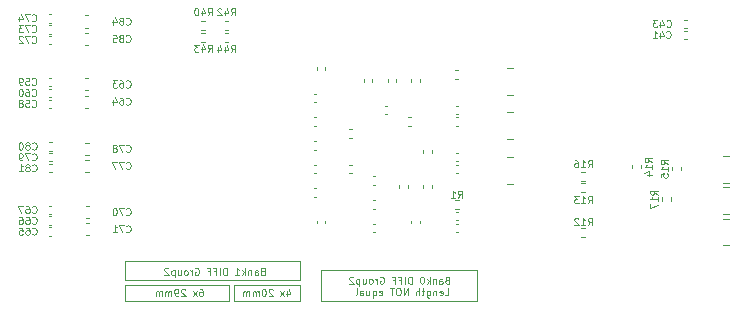
<source format=gbr>
%TF.GenerationSoftware,KiCad,Pcbnew,(6.0.4)*%
%TF.CreationDate,2022-07-06T17:02:14+08:00*%
%TF.ProjectId,XC6SLX25(FTG256)_Min,58433653-4c58-4323-9528-465447323536,rev?*%
%TF.SameCoordinates,Original*%
%TF.FileFunction,Legend,Bot*%
%TF.FilePolarity,Positive*%
%FSLAX46Y46*%
G04 Gerber Fmt 4.6, Leading zero omitted, Abs format (unit mm)*
G04 Created by KiCad (PCBNEW (6.0.4)) date 2022-07-06 17:02:14*
%MOMM*%
%LPD*%
G01*
G04 APERTURE LIST*
%ADD10C,0.080000*%
%ADD11C,0.100000*%
%ADD12C,0.120000*%
G04 APERTURE END LIST*
D10*
X121600000Y-103600000D02*
X130375000Y-103600000D01*
X130375000Y-103600000D02*
X130375000Y-105000000D01*
X130375000Y-105000000D02*
X121600000Y-105000000D01*
X121600000Y-105000000D02*
X121600000Y-103600000D01*
X121600000Y-101600000D02*
X136400000Y-101600000D01*
X136400000Y-101600000D02*
X136400000Y-103200000D01*
X136400000Y-103200000D02*
X121600000Y-103200000D01*
X121600000Y-103200000D02*
X121600000Y-101600000D01*
X138200000Y-102400000D02*
X151400000Y-102400000D01*
X151400000Y-102400000D02*
X151400000Y-105000000D01*
X151400000Y-105000000D02*
X138200000Y-105000000D01*
X138200000Y-105000000D02*
X138200000Y-102400000D01*
X130775000Y-103595000D02*
X136400000Y-103595000D01*
X136400000Y-103595000D02*
X136400000Y-105000000D01*
X136400000Y-105000000D02*
X130775000Y-105000000D01*
X130775000Y-105000000D02*
X130775000Y-103595000D01*
X127903571Y-103976428D02*
X128017857Y-103976428D01*
X128075000Y-104005000D01*
X128103571Y-104033571D01*
X128160714Y-104119285D01*
X128189285Y-104233571D01*
X128189285Y-104462142D01*
X128160714Y-104519285D01*
X128132142Y-104547857D01*
X128075000Y-104576428D01*
X127960714Y-104576428D01*
X127903571Y-104547857D01*
X127875000Y-104519285D01*
X127846428Y-104462142D01*
X127846428Y-104319285D01*
X127875000Y-104262142D01*
X127903571Y-104233571D01*
X127960714Y-104205000D01*
X128075000Y-104205000D01*
X128132142Y-104233571D01*
X128160714Y-104262142D01*
X128189285Y-104319285D01*
X127646428Y-104576428D02*
X127332142Y-104176428D01*
X127646428Y-104176428D02*
X127332142Y-104576428D01*
X126675000Y-104033571D02*
X126646428Y-104005000D01*
X126589285Y-103976428D01*
X126446428Y-103976428D01*
X126389285Y-104005000D01*
X126360714Y-104033571D01*
X126332142Y-104090714D01*
X126332142Y-104147857D01*
X126360714Y-104233571D01*
X126703571Y-104576428D01*
X126332142Y-104576428D01*
X126046428Y-104576428D02*
X125932142Y-104576428D01*
X125875000Y-104547857D01*
X125846428Y-104519285D01*
X125789285Y-104433571D01*
X125760714Y-104319285D01*
X125760714Y-104090714D01*
X125789285Y-104033571D01*
X125817857Y-104005000D01*
X125875000Y-103976428D01*
X125989285Y-103976428D01*
X126046428Y-104005000D01*
X126075000Y-104033571D01*
X126103571Y-104090714D01*
X126103571Y-104233571D01*
X126075000Y-104290714D01*
X126046428Y-104319285D01*
X125989285Y-104347857D01*
X125875000Y-104347857D01*
X125817857Y-104319285D01*
X125789285Y-104290714D01*
X125760714Y-104233571D01*
X125503571Y-104576428D02*
X125503571Y-104176428D01*
X125503571Y-104233571D02*
X125475000Y-104205000D01*
X125417857Y-104176428D01*
X125332142Y-104176428D01*
X125275000Y-104205000D01*
X125246428Y-104262142D01*
X125246428Y-104576428D01*
X125246428Y-104262142D02*
X125217857Y-104205000D01*
X125160714Y-104176428D01*
X125075000Y-104176428D01*
X125017857Y-104205000D01*
X124989285Y-104262142D01*
X124989285Y-104576428D01*
X124703571Y-104576428D02*
X124703571Y-104176428D01*
X124703571Y-104233571D02*
X124675000Y-104205000D01*
X124617857Y-104176428D01*
X124532142Y-104176428D01*
X124475000Y-104205000D01*
X124446428Y-104262142D01*
X124446428Y-104576428D01*
X124446428Y-104262142D02*
X124417857Y-104205000D01*
X124360714Y-104176428D01*
X124275000Y-104176428D01*
X124217857Y-104205000D01*
X124189285Y-104262142D01*
X124189285Y-104576428D01*
X133203571Y-102462142D02*
X133117857Y-102490714D01*
X133089285Y-102519285D01*
X133060714Y-102576428D01*
X133060714Y-102662142D01*
X133089285Y-102719285D01*
X133117857Y-102747857D01*
X133175000Y-102776428D01*
X133403571Y-102776428D01*
X133403571Y-102176428D01*
X133203571Y-102176428D01*
X133146428Y-102205000D01*
X133117857Y-102233571D01*
X133089285Y-102290714D01*
X133089285Y-102347857D01*
X133117857Y-102405000D01*
X133146428Y-102433571D01*
X133203571Y-102462142D01*
X133403571Y-102462142D01*
X132546428Y-102776428D02*
X132546428Y-102462142D01*
X132575000Y-102405000D01*
X132632142Y-102376428D01*
X132746428Y-102376428D01*
X132803571Y-102405000D01*
X132546428Y-102747857D02*
X132603571Y-102776428D01*
X132746428Y-102776428D01*
X132803571Y-102747857D01*
X132832142Y-102690714D01*
X132832142Y-102633571D01*
X132803571Y-102576428D01*
X132746428Y-102547857D01*
X132603571Y-102547857D01*
X132546428Y-102519285D01*
X132260714Y-102376428D02*
X132260714Y-102776428D01*
X132260714Y-102433571D02*
X132232142Y-102405000D01*
X132175000Y-102376428D01*
X132089285Y-102376428D01*
X132032142Y-102405000D01*
X132003571Y-102462142D01*
X132003571Y-102776428D01*
X131717857Y-102776428D02*
X131717857Y-102176428D01*
X131660714Y-102547857D02*
X131489285Y-102776428D01*
X131489285Y-102376428D02*
X131717857Y-102605000D01*
X130917857Y-102776428D02*
X131260714Y-102776428D01*
X131089285Y-102776428D02*
X131089285Y-102176428D01*
X131146428Y-102262142D01*
X131203571Y-102319285D01*
X131260714Y-102347857D01*
X130203571Y-102776428D02*
X130203571Y-102176428D01*
X130060714Y-102176428D01*
X129975000Y-102205000D01*
X129917857Y-102262142D01*
X129889285Y-102319285D01*
X129860714Y-102433571D01*
X129860714Y-102519285D01*
X129889285Y-102633571D01*
X129917857Y-102690714D01*
X129975000Y-102747857D01*
X130060714Y-102776428D01*
X130203571Y-102776428D01*
X129603571Y-102776428D02*
X129603571Y-102176428D01*
X129117857Y-102462142D02*
X129317857Y-102462142D01*
X129317857Y-102776428D02*
X129317857Y-102176428D01*
X129032142Y-102176428D01*
X128603571Y-102462142D02*
X128803571Y-102462142D01*
X128803571Y-102776428D02*
X128803571Y-102176428D01*
X128517857Y-102176428D01*
X127517857Y-102205000D02*
X127575000Y-102176428D01*
X127660714Y-102176428D01*
X127746428Y-102205000D01*
X127803571Y-102262142D01*
X127832142Y-102319285D01*
X127860714Y-102433571D01*
X127860714Y-102519285D01*
X127832142Y-102633571D01*
X127803571Y-102690714D01*
X127746428Y-102747857D01*
X127660714Y-102776428D01*
X127603571Y-102776428D01*
X127517857Y-102747857D01*
X127489285Y-102719285D01*
X127489285Y-102519285D01*
X127603571Y-102519285D01*
X127232142Y-102776428D02*
X127232142Y-102376428D01*
X127232142Y-102490714D02*
X127203571Y-102433571D01*
X127175000Y-102405000D01*
X127117857Y-102376428D01*
X127060714Y-102376428D01*
X126775000Y-102776428D02*
X126832142Y-102747857D01*
X126860714Y-102719285D01*
X126889285Y-102662142D01*
X126889285Y-102490714D01*
X126860714Y-102433571D01*
X126832142Y-102405000D01*
X126775000Y-102376428D01*
X126689285Y-102376428D01*
X126632142Y-102405000D01*
X126603571Y-102433571D01*
X126575000Y-102490714D01*
X126575000Y-102662142D01*
X126603571Y-102719285D01*
X126632142Y-102747857D01*
X126689285Y-102776428D01*
X126775000Y-102776428D01*
X126060714Y-102376428D02*
X126060714Y-102776428D01*
X126317857Y-102376428D02*
X126317857Y-102690714D01*
X126289285Y-102747857D01*
X126232142Y-102776428D01*
X126146428Y-102776428D01*
X126089285Y-102747857D01*
X126060714Y-102719285D01*
X125775000Y-102376428D02*
X125775000Y-102976428D01*
X125775000Y-102405000D02*
X125717857Y-102376428D01*
X125603571Y-102376428D01*
X125546428Y-102405000D01*
X125517857Y-102433571D01*
X125489285Y-102490714D01*
X125489285Y-102662142D01*
X125517857Y-102719285D01*
X125546428Y-102747857D01*
X125603571Y-102776428D01*
X125717857Y-102776428D01*
X125775000Y-102747857D01*
X125260714Y-102233571D02*
X125232142Y-102205000D01*
X125175000Y-102176428D01*
X125032142Y-102176428D01*
X124975000Y-102205000D01*
X124946428Y-102233571D01*
X124917857Y-102290714D01*
X124917857Y-102347857D01*
X124946428Y-102433571D01*
X125289285Y-102776428D01*
X124917857Y-102776428D01*
X135303571Y-104176428D02*
X135303571Y-104576428D01*
X135446428Y-103947857D02*
X135589285Y-104376428D01*
X135217857Y-104376428D01*
X135046428Y-104576428D02*
X134732142Y-104176428D01*
X135046428Y-104176428D02*
X134732142Y-104576428D01*
X134075000Y-104033571D02*
X134046428Y-104005000D01*
X133989285Y-103976428D01*
X133846428Y-103976428D01*
X133789285Y-104005000D01*
X133760714Y-104033571D01*
X133732142Y-104090714D01*
X133732142Y-104147857D01*
X133760714Y-104233571D01*
X134103571Y-104576428D01*
X133732142Y-104576428D01*
X133360714Y-103976428D02*
X133303571Y-103976428D01*
X133246428Y-104005000D01*
X133217857Y-104033571D01*
X133189285Y-104090714D01*
X133160714Y-104205000D01*
X133160714Y-104347857D01*
X133189285Y-104462142D01*
X133217857Y-104519285D01*
X133246428Y-104547857D01*
X133303571Y-104576428D01*
X133360714Y-104576428D01*
X133417857Y-104547857D01*
X133446428Y-104519285D01*
X133475000Y-104462142D01*
X133503571Y-104347857D01*
X133503571Y-104205000D01*
X133475000Y-104090714D01*
X133446428Y-104033571D01*
X133417857Y-104005000D01*
X133360714Y-103976428D01*
X132903571Y-104576428D02*
X132903571Y-104176428D01*
X132903571Y-104233571D02*
X132875000Y-104205000D01*
X132817857Y-104176428D01*
X132732142Y-104176428D01*
X132675000Y-104205000D01*
X132646428Y-104262142D01*
X132646428Y-104576428D01*
X132646428Y-104262142D02*
X132617857Y-104205000D01*
X132560714Y-104176428D01*
X132475000Y-104176428D01*
X132417857Y-104205000D01*
X132389285Y-104262142D01*
X132389285Y-104576428D01*
X132103571Y-104576428D02*
X132103571Y-104176428D01*
X132103571Y-104233571D02*
X132075000Y-104205000D01*
X132017857Y-104176428D01*
X131932142Y-104176428D01*
X131875000Y-104205000D01*
X131846428Y-104262142D01*
X131846428Y-104576428D01*
X131846428Y-104262142D02*
X131817857Y-104205000D01*
X131760714Y-104176428D01*
X131675000Y-104176428D01*
X131617857Y-104205000D01*
X131589285Y-104262142D01*
X131589285Y-104576428D01*
X148852822Y-103217825D02*
X148767108Y-103246397D01*
X148738536Y-103274968D01*
X148709965Y-103332111D01*
X148709965Y-103417825D01*
X148738536Y-103474968D01*
X148767108Y-103503540D01*
X148824251Y-103532111D01*
X149052822Y-103532111D01*
X149052822Y-102932111D01*
X148852822Y-102932111D01*
X148795679Y-102960683D01*
X148767108Y-102989254D01*
X148738536Y-103046397D01*
X148738536Y-103103540D01*
X148767108Y-103160683D01*
X148795679Y-103189254D01*
X148852822Y-103217825D01*
X149052822Y-103217825D01*
X148195679Y-103532111D02*
X148195679Y-103217825D01*
X148224251Y-103160683D01*
X148281393Y-103132111D01*
X148395679Y-103132111D01*
X148452822Y-103160683D01*
X148195679Y-103503540D02*
X148252822Y-103532111D01*
X148395679Y-103532111D01*
X148452822Y-103503540D01*
X148481393Y-103446397D01*
X148481393Y-103389254D01*
X148452822Y-103332111D01*
X148395679Y-103303540D01*
X148252822Y-103303540D01*
X148195679Y-103274968D01*
X147909965Y-103132111D02*
X147909965Y-103532111D01*
X147909965Y-103189254D02*
X147881393Y-103160683D01*
X147824251Y-103132111D01*
X147738536Y-103132111D01*
X147681393Y-103160683D01*
X147652822Y-103217825D01*
X147652822Y-103532111D01*
X147367108Y-103532111D02*
X147367108Y-102932111D01*
X147309965Y-103303540D02*
X147138536Y-103532111D01*
X147138536Y-103132111D02*
X147367108Y-103360683D01*
X146767108Y-102932111D02*
X146709965Y-102932111D01*
X146652822Y-102960683D01*
X146624251Y-102989254D01*
X146595679Y-103046397D01*
X146567108Y-103160683D01*
X146567108Y-103303540D01*
X146595679Y-103417825D01*
X146624251Y-103474968D01*
X146652822Y-103503540D01*
X146709965Y-103532111D01*
X146767108Y-103532111D01*
X146824251Y-103503540D01*
X146852822Y-103474968D01*
X146881393Y-103417825D01*
X146909965Y-103303540D01*
X146909965Y-103160683D01*
X146881393Y-103046397D01*
X146852822Y-102989254D01*
X146824251Y-102960683D01*
X146767108Y-102932111D01*
X145852822Y-103532111D02*
X145852822Y-102932111D01*
X145709965Y-102932111D01*
X145624251Y-102960683D01*
X145567108Y-103017825D01*
X145538536Y-103074968D01*
X145509965Y-103189254D01*
X145509965Y-103274968D01*
X145538536Y-103389254D01*
X145567108Y-103446397D01*
X145624251Y-103503540D01*
X145709965Y-103532111D01*
X145852822Y-103532111D01*
X145252822Y-103532111D02*
X145252822Y-102932111D01*
X144767108Y-103217825D02*
X144967108Y-103217825D01*
X144967108Y-103532111D02*
X144967108Y-102932111D01*
X144681393Y-102932111D01*
X144252822Y-103217825D02*
X144452822Y-103217825D01*
X144452822Y-103532111D02*
X144452822Y-102932111D01*
X144167108Y-102932111D01*
X143167108Y-102960683D02*
X143224251Y-102932111D01*
X143309965Y-102932111D01*
X143395679Y-102960683D01*
X143452822Y-103017825D01*
X143481393Y-103074968D01*
X143509965Y-103189254D01*
X143509965Y-103274968D01*
X143481393Y-103389254D01*
X143452822Y-103446397D01*
X143395679Y-103503540D01*
X143309965Y-103532111D01*
X143252822Y-103532111D01*
X143167108Y-103503540D01*
X143138536Y-103474968D01*
X143138536Y-103274968D01*
X143252822Y-103274968D01*
X142881393Y-103532111D02*
X142881393Y-103132111D01*
X142881393Y-103246397D02*
X142852822Y-103189254D01*
X142824251Y-103160683D01*
X142767108Y-103132111D01*
X142709965Y-103132111D01*
X142424251Y-103532111D02*
X142481393Y-103503540D01*
X142509965Y-103474968D01*
X142538536Y-103417825D01*
X142538536Y-103246397D01*
X142509965Y-103189254D01*
X142481393Y-103160683D01*
X142424251Y-103132111D01*
X142338536Y-103132111D01*
X142281393Y-103160683D01*
X142252822Y-103189254D01*
X142224251Y-103246397D01*
X142224251Y-103417825D01*
X142252822Y-103474968D01*
X142281393Y-103503540D01*
X142338536Y-103532111D01*
X142424251Y-103532111D01*
X141709965Y-103132111D02*
X141709965Y-103532111D01*
X141967108Y-103132111D02*
X141967108Y-103446397D01*
X141938536Y-103503540D01*
X141881393Y-103532111D01*
X141795679Y-103532111D01*
X141738536Y-103503540D01*
X141709965Y-103474968D01*
X141424251Y-103132111D02*
X141424251Y-103732111D01*
X141424251Y-103160683D02*
X141367108Y-103132111D01*
X141252822Y-103132111D01*
X141195679Y-103160683D01*
X141167108Y-103189254D01*
X141138536Y-103246397D01*
X141138536Y-103417825D01*
X141167108Y-103474968D01*
X141195679Y-103503540D01*
X141252822Y-103532111D01*
X141367108Y-103532111D01*
X141424251Y-103503540D01*
X140909965Y-102989254D02*
X140881393Y-102960683D01*
X140824251Y-102932111D01*
X140681393Y-102932111D01*
X140624251Y-102960683D01*
X140595679Y-102989254D01*
X140567108Y-103046397D01*
X140567108Y-103103540D01*
X140595679Y-103189254D01*
X140938536Y-103532111D01*
X140567108Y-103532111D01*
X148652822Y-104498111D02*
X148938536Y-104498111D01*
X148938536Y-103898111D01*
X148224251Y-104469540D02*
X148281393Y-104498111D01*
X148395679Y-104498111D01*
X148452822Y-104469540D01*
X148481393Y-104412397D01*
X148481393Y-104183825D01*
X148452822Y-104126683D01*
X148395679Y-104098111D01*
X148281393Y-104098111D01*
X148224251Y-104126683D01*
X148195679Y-104183825D01*
X148195679Y-104240968D01*
X148481393Y-104298111D01*
X147938536Y-104098111D02*
X147938536Y-104498111D01*
X147938536Y-104155254D02*
X147909965Y-104126683D01*
X147852822Y-104098111D01*
X147767108Y-104098111D01*
X147709965Y-104126683D01*
X147681393Y-104183825D01*
X147681393Y-104498111D01*
X147138536Y-104098111D02*
X147138536Y-104583825D01*
X147167108Y-104640968D01*
X147195679Y-104669540D01*
X147252822Y-104698111D01*
X147338536Y-104698111D01*
X147395679Y-104669540D01*
X147138536Y-104469540D02*
X147195679Y-104498111D01*
X147309965Y-104498111D01*
X147367108Y-104469540D01*
X147395679Y-104440968D01*
X147424251Y-104383825D01*
X147424251Y-104212397D01*
X147395679Y-104155254D01*
X147367108Y-104126683D01*
X147309965Y-104098111D01*
X147195679Y-104098111D01*
X147138536Y-104126683D01*
X146938536Y-104098111D02*
X146709965Y-104098111D01*
X146852822Y-103898111D02*
X146852822Y-104412397D01*
X146824251Y-104469540D01*
X146767108Y-104498111D01*
X146709965Y-104498111D01*
X146509965Y-104498111D02*
X146509965Y-103898111D01*
X146252822Y-104498111D02*
X146252822Y-104183825D01*
X146281393Y-104126683D01*
X146338536Y-104098111D01*
X146424251Y-104098111D01*
X146481393Y-104126683D01*
X146509965Y-104155254D01*
X145509965Y-104498111D02*
X145509965Y-103898111D01*
X145167108Y-104498111D01*
X145167108Y-103898111D01*
X144767108Y-103898111D02*
X144652822Y-103898111D01*
X144595679Y-103926683D01*
X144538536Y-103983825D01*
X144509965Y-104098111D01*
X144509965Y-104298111D01*
X144538536Y-104412397D01*
X144595679Y-104469540D01*
X144652822Y-104498111D01*
X144767108Y-104498111D01*
X144824251Y-104469540D01*
X144881393Y-104412397D01*
X144909965Y-104298111D01*
X144909965Y-104098111D01*
X144881393Y-103983825D01*
X144824251Y-103926683D01*
X144767108Y-103898111D01*
X144338536Y-103898111D02*
X143995679Y-103898111D01*
X144167108Y-104498111D02*
X144167108Y-103898111D01*
X143109965Y-104469540D02*
X143167108Y-104498111D01*
X143281393Y-104498111D01*
X143338536Y-104469540D01*
X143367108Y-104412397D01*
X143367108Y-104183825D01*
X143338536Y-104126683D01*
X143281393Y-104098111D01*
X143167108Y-104098111D01*
X143109965Y-104126683D01*
X143081393Y-104183825D01*
X143081393Y-104240968D01*
X143367108Y-104298111D01*
X142567108Y-104098111D02*
X142567108Y-104698111D01*
X142567108Y-104469540D02*
X142624251Y-104498111D01*
X142738536Y-104498111D01*
X142795679Y-104469540D01*
X142824251Y-104440968D01*
X142852822Y-104383825D01*
X142852822Y-104212397D01*
X142824251Y-104155254D01*
X142795679Y-104126683D01*
X142738536Y-104098111D01*
X142624251Y-104098111D01*
X142567108Y-104126683D01*
X142024251Y-104098111D02*
X142024251Y-104498111D01*
X142281393Y-104098111D02*
X142281393Y-104412397D01*
X142252822Y-104469540D01*
X142195679Y-104498111D01*
X142109965Y-104498111D01*
X142052822Y-104469540D01*
X142024251Y-104440968D01*
X141481393Y-104498111D02*
X141481393Y-104183825D01*
X141509965Y-104126683D01*
X141567108Y-104098111D01*
X141681393Y-104098111D01*
X141738536Y-104126683D01*
X141481393Y-104469540D02*
X141538536Y-104498111D01*
X141681393Y-104498111D01*
X141738536Y-104469540D01*
X141767108Y-104412397D01*
X141767108Y-104355254D01*
X141738536Y-104298111D01*
X141681393Y-104269540D01*
X141538536Y-104269540D01*
X141481393Y-104240968D01*
X141109965Y-104498111D02*
X141167108Y-104469540D01*
X141195679Y-104412397D01*
X141195679Y-103898111D01*
%TO.C,C64*%
X121675715Y-88314284D02*
X121704286Y-88342856D01*
X121790001Y-88371427D01*
X121847143Y-88371427D01*
X121932858Y-88342856D01*
X121990001Y-88285713D01*
X122018572Y-88228570D01*
X122047143Y-88114284D01*
X122047143Y-88028570D01*
X122018572Y-87914284D01*
X121990001Y-87857141D01*
X121932858Y-87799999D01*
X121847143Y-87771427D01*
X121790001Y-87771427D01*
X121704286Y-87799999D01*
X121675715Y-87828570D01*
X121161429Y-87771427D02*
X121275715Y-87771427D01*
X121332858Y-87799999D01*
X121361429Y-87828570D01*
X121418572Y-87914284D01*
X121447143Y-88028570D01*
X121447143Y-88257141D01*
X121418572Y-88314284D01*
X121390001Y-88342856D01*
X121332858Y-88371427D01*
X121218572Y-88371427D01*
X121161429Y-88342856D01*
X121132858Y-88314284D01*
X121104286Y-88257141D01*
X121104286Y-88114284D01*
X121132858Y-88057141D01*
X121161429Y-88028570D01*
X121218572Y-87999999D01*
X121332858Y-87999999D01*
X121390001Y-88028570D01*
X121418572Y-88057141D01*
X121447143Y-88114284D01*
X120590001Y-87971427D02*
X120590001Y-88371427D01*
X120732858Y-87742856D02*
X120875715Y-88171427D01*
X120504286Y-88171427D01*
%TO.C,C79*%
X113725714Y-93024286D02*
X113754285Y-93052858D01*
X113840000Y-93081429D01*
X113897142Y-93081429D01*
X113982857Y-93052858D01*
X114040000Y-92995715D01*
X114068571Y-92938572D01*
X114097142Y-92824286D01*
X114097142Y-92738572D01*
X114068571Y-92624286D01*
X114040000Y-92567143D01*
X113982857Y-92510001D01*
X113897142Y-92481429D01*
X113840000Y-92481429D01*
X113754285Y-92510001D01*
X113725714Y-92538572D01*
X113525714Y-92481429D02*
X113125714Y-92481429D01*
X113382857Y-93081429D01*
X112868571Y-93081429D02*
X112754285Y-93081429D01*
X112697142Y-93052858D01*
X112668571Y-93024286D01*
X112611428Y-92938572D01*
X112582857Y-92824286D01*
X112582857Y-92595715D01*
X112611428Y-92538572D01*
X112640000Y-92510001D01*
X112697142Y-92481429D01*
X112811428Y-92481429D01*
X112868571Y-92510001D01*
X112897142Y-92538572D01*
X112925714Y-92595715D01*
X112925714Y-92738572D01*
X112897142Y-92795715D01*
X112868571Y-92824286D01*
X112811428Y-92852858D01*
X112697142Y-92852858D01*
X112640000Y-92824286D01*
X112611428Y-92795715D01*
X112582857Y-92738572D01*
%TO.C,R16*%
X160767007Y-93676030D02*
X160967007Y-93390316D01*
X161109864Y-93676030D02*
X161109864Y-93076030D01*
X160881293Y-93076030D01*
X160824150Y-93104602D01*
X160795578Y-93133173D01*
X160767007Y-93190316D01*
X160767007Y-93276030D01*
X160795578Y-93333173D01*
X160824150Y-93361744D01*
X160881293Y-93390316D01*
X161109864Y-93390316D01*
X160195578Y-93676030D02*
X160538435Y-93676030D01*
X160367007Y-93676030D02*
X160367007Y-93076030D01*
X160424150Y-93161744D01*
X160481293Y-93218887D01*
X160538435Y-93247459D01*
X159681293Y-93076030D02*
X159795578Y-93076030D01*
X159852721Y-93104602D01*
X159881293Y-93133173D01*
X159938435Y-93218887D01*
X159967007Y-93333173D01*
X159967007Y-93561744D01*
X159938435Y-93618887D01*
X159909864Y-93647459D01*
X159852721Y-93676030D01*
X159738435Y-93676030D01*
X159681293Y-93647459D01*
X159652721Y-93618887D01*
X159624150Y-93561744D01*
X159624150Y-93418887D01*
X159652721Y-93361744D01*
X159681293Y-93333173D01*
X159738435Y-93304602D01*
X159852721Y-93304602D01*
X159909864Y-93333173D01*
X159938435Y-93361744D01*
X159967007Y-93418887D01*
%TO.C,C78*%
X121685715Y-92304285D02*
X121714286Y-92332857D01*
X121800001Y-92361428D01*
X121857143Y-92361428D01*
X121942858Y-92332857D01*
X122000001Y-92275714D01*
X122028572Y-92218571D01*
X122057143Y-92104285D01*
X122057143Y-92018571D01*
X122028572Y-91904285D01*
X122000001Y-91847142D01*
X121942858Y-91790000D01*
X121857143Y-91761428D01*
X121800001Y-91761428D01*
X121714286Y-91790000D01*
X121685715Y-91818571D01*
X121485715Y-91761428D02*
X121085715Y-91761428D01*
X121342858Y-92361428D01*
X120771429Y-92018571D02*
X120828572Y-91990000D01*
X120857143Y-91961428D01*
X120885715Y-91904285D01*
X120885715Y-91875714D01*
X120857143Y-91818571D01*
X120828572Y-91790000D01*
X120771429Y-91761428D01*
X120657143Y-91761428D01*
X120600001Y-91790000D01*
X120571429Y-91818571D01*
X120542858Y-91875714D01*
X120542858Y-91904285D01*
X120571429Y-91961428D01*
X120600001Y-91990000D01*
X120657143Y-92018571D01*
X120771429Y-92018571D01*
X120828572Y-92047142D01*
X120857143Y-92075714D01*
X120885715Y-92132857D01*
X120885715Y-92247142D01*
X120857143Y-92304285D01*
X120828572Y-92332857D01*
X120771429Y-92361428D01*
X120657143Y-92361428D01*
X120600001Y-92332857D01*
X120571429Y-92304285D01*
X120542858Y-92247142D01*
X120542858Y-92132857D01*
X120571429Y-92075714D01*
X120600001Y-92047142D01*
X120657143Y-92018571D01*
%TO.C,C58*%
X113715715Y-88494286D02*
X113744286Y-88522858D01*
X113830001Y-88551429D01*
X113887143Y-88551429D01*
X113972858Y-88522858D01*
X114030001Y-88465715D01*
X114058572Y-88408572D01*
X114087143Y-88294286D01*
X114087143Y-88208572D01*
X114058572Y-88094286D01*
X114030001Y-88037143D01*
X113972858Y-87980001D01*
X113887143Y-87951429D01*
X113830001Y-87951429D01*
X113744286Y-87980001D01*
X113715715Y-88008572D01*
X113172858Y-87951429D02*
X113458572Y-87951429D01*
X113487143Y-88237143D01*
X113458572Y-88208572D01*
X113401429Y-88180001D01*
X113258572Y-88180001D01*
X113201429Y-88208572D01*
X113172858Y-88237143D01*
X113144286Y-88294286D01*
X113144286Y-88437143D01*
X113172858Y-88494286D01*
X113201429Y-88522858D01*
X113258572Y-88551429D01*
X113401429Y-88551429D01*
X113458572Y-88522858D01*
X113487143Y-88494286D01*
X112801429Y-88208572D02*
X112858572Y-88180001D01*
X112887143Y-88151429D01*
X112915715Y-88094286D01*
X112915715Y-88065715D01*
X112887143Y-88008572D01*
X112858572Y-87980001D01*
X112801429Y-87951429D01*
X112687143Y-87951429D01*
X112630001Y-87980001D01*
X112601429Y-88008572D01*
X112572858Y-88065715D01*
X112572858Y-88094286D01*
X112601429Y-88151429D01*
X112630001Y-88180001D01*
X112687143Y-88208572D01*
X112801429Y-88208572D01*
X112858572Y-88237143D01*
X112887143Y-88265715D01*
X112915715Y-88322858D01*
X112915715Y-88437143D01*
X112887143Y-88494286D01*
X112858572Y-88522858D01*
X112801429Y-88551429D01*
X112687143Y-88551429D01*
X112630001Y-88522858D01*
X112601429Y-88494286D01*
X112572858Y-88437143D01*
X112572858Y-88322858D01*
X112601429Y-88265715D01*
X112630001Y-88237143D01*
X112687143Y-88208572D01*
%TO.C,C65*%
X113725714Y-99320643D02*
X113754285Y-99349215D01*
X113840000Y-99377786D01*
X113897142Y-99377786D01*
X113982857Y-99349215D01*
X114040000Y-99292072D01*
X114068571Y-99234929D01*
X114097142Y-99120643D01*
X114097142Y-99034929D01*
X114068571Y-98920643D01*
X114040000Y-98863500D01*
X113982857Y-98806358D01*
X113897142Y-98777786D01*
X113840000Y-98777786D01*
X113754285Y-98806358D01*
X113725714Y-98834929D01*
X113211428Y-98777786D02*
X113325714Y-98777786D01*
X113382857Y-98806358D01*
X113411428Y-98834929D01*
X113468571Y-98920643D01*
X113497142Y-99034929D01*
X113497142Y-99263500D01*
X113468571Y-99320643D01*
X113440000Y-99349215D01*
X113382857Y-99377786D01*
X113268571Y-99377786D01*
X113211428Y-99349215D01*
X113182857Y-99320643D01*
X113154285Y-99263500D01*
X113154285Y-99120643D01*
X113182857Y-99063500D01*
X113211428Y-99034929D01*
X113268571Y-99006358D01*
X113382857Y-99006358D01*
X113440000Y-99034929D01*
X113468571Y-99063500D01*
X113497142Y-99120643D01*
X112611428Y-98777786D02*
X112897142Y-98777786D01*
X112925714Y-99063500D01*
X112897142Y-99034929D01*
X112840000Y-99006358D01*
X112697142Y-99006358D01*
X112640000Y-99034929D01*
X112611428Y-99063500D01*
X112582857Y-99120643D01*
X112582857Y-99263500D01*
X112611428Y-99320643D01*
X112640000Y-99349215D01*
X112697142Y-99377786D01*
X112840000Y-99377786D01*
X112897142Y-99349215D01*
X112925714Y-99320643D01*
%TO.C,C70*%
X121685714Y-97664285D02*
X121714285Y-97692857D01*
X121800000Y-97721428D01*
X121857142Y-97721428D01*
X121942857Y-97692857D01*
X122000000Y-97635714D01*
X122028571Y-97578571D01*
X122057142Y-97464285D01*
X122057142Y-97378571D01*
X122028571Y-97264285D01*
X122000000Y-97207142D01*
X121942857Y-97150000D01*
X121857142Y-97121428D01*
X121800000Y-97121428D01*
X121714285Y-97150000D01*
X121685714Y-97178571D01*
X121485714Y-97121428D02*
X121085714Y-97121428D01*
X121342857Y-97721428D01*
X120742857Y-97121428D02*
X120685714Y-97121428D01*
X120628571Y-97150000D01*
X120600000Y-97178571D01*
X120571428Y-97235714D01*
X120542857Y-97350000D01*
X120542857Y-97492857D01*
X120571428Y-97607142D01*
X120600000Y-97664285D01*
X120628571Y-97692857D01*
X120685714Y-97721428D01*
X120742857Y-97721428D01*
X120800000Y-97692857D01*
X120828571Y-97664285D01*
X120857142Y-97607142D01*
X120885714Y-97492857D01*
X120885714Y-97350000D01*
X120857142Y-97235714D01*
X120828571Y-97178571D01*
X120800000Y-97150000D01*
X120742857Y-97121428D01*
%TO.C,C43*%
X167430714Y-81744285D02*
X167459285Y-81772857D01*
X167545000Y-81801428D01*
X167602142Y-81801428D01*
X167687857Y-81772857D01*
X167745000Y-81715714D01*
X167773571Y-81658571D01*
X167802142Y-81544285D01*
X167802142Y-81458571D01*
X167773571Y-81344285D01*
X167745000Y-81287142D01*
X167687857Y-81230000D01*
X167602142Y-81201428D01*
X167545000Y-81201428D01*
X167459285Y-81230000D01*
X167430714Y-81258571D01*
X166916428Y-81401428D02*
X166916428Y-81801428D01*
X167059285Y-81172857D02*
X167202142Y-81601428D01*
X166830714Y-81601428D01*
X166659285Y-81201428D02*
X166287857Y-81201428D01*
X166487857Y-81430000D01*
X166402142Y-81430000D01*
X166345000Y-81458571D01*
X166316428Y-81487142D01*
X166287857Y-81544285D01*
X166287857Y-81687142D01*
X166316428Y-81744285D01*
X166345000Y-81772857D01*
X166402142Y-81801428D01*
X166573571Y-81801428D01*
X166630714Y-81772857D01*
X166659285Y-81744285D01*
%TO.C,C80*%
X113725715Y-92104284D02*
X113754286Y-92132856D01*
X113840001Y-92161427D01*
X113897143Y-92161427D01*
X113982858Y-92132856D01*
X114040001Y-92075713D01*
X114068572Y-92018570D01*
X114097143Y-91904284D01*
X114097143Y-91818570D01*
X114068572Y-91704284D01*
X114040001Y-91647141D01*
X113982858Y-91589999D01*
X113897143Y-91561427D01*
X113840001Y-91561427D01*
X113754286Y-91589999D01*
X113725715Y-91618570D01*
X113382858Y-91818570D02*
X113440001Y-91789999D01*
X113468572Y-91761427D01*
X113497143Y-91704284D01*
X113497143Y-91675713D01*
X113468572Y-91618570D01*
X113440001Y-91589999D01*
X113382858Y-91561427D01*
X113268572Y-91561427D01*
X113211429Y-91589999D01*
X113182858Y-91618570D01*
X113154286Y-91675713D01*
X113154286Y-91704284D01*
X113182858Y-91761427D01*
X113211429Y-91789999D01*
X113268572Y-91818570D01*
X113382858Y-91818570D01*
X113440001Y-91847141D01*
X113468572Y-91875713D01*
X113497143Y-91932856D01*
X113497143Y-92047141D01*
X113468572Y-92104284D01*
X113440001Y-92132856D01*
X113382858Y-92161427D01*
X113268572Y-92161427D01*
X113211429Y-92132856D01*
X113182858Y-92104284D01*
X113154286Y-92047141D01*
X113154286Y-91932856D01*
X113182858Y-91875713D01*
X113211429Y-91847141D01*
X113268572Y-91818570D01*
X112782858Y-91561427D02*
X112725715Y-91561427D01*
X112668572Y-91589999D01*
X112640001Y-91618570D01*
X112611429Y-91675713D01*
X112582858Y-91789999D01*
X112582858Y-91932856D01*
X112611429Y-92047141D01*
X112640001Y-92104284D01*
X112668572Y-92132856D01*
X112725715Y-92161427D01*
X112782858Y-92161427D01*
X112840001Y-92132856D01*
X112868572Y-92104284D01*
X112897143Y-92047141D01*
X112925715Y-91932856D01*
X112925715Y-91789999D01*
X112897143Y-91675713D01*
X112868572Y-91618570D01*
X112840001Y-91589999D01*
X112782858Y-91561427D01*
%TO.C,C67*%
X113725714Y-97477242D02*
X113754285Y-97505814D01*
X113840000Y-97534385D01*
X113897142Y-97534385D01*
X113982857Y-97505814D01*
X114040000Y-97448671D01*
X114068571Y-97391528D01*
X114097142Y-97277242D01*
X114097142Y-97191528D01*
X114068571Y-97077242D01*
X114040000Y-97020099D01*
X113982857Y-96962957D01*
X113897142Y-96934385D01*
X113840000Y-96934385D01*
X113754285Y-96962957D01*
X113725714Y-96991528D01*
X113211428Y-96934385D02*
X113325714Y-96934385D01*
X113382857Y-96962957D01*
X113411428Y-96991528D01*
X113468571Y-97077242D01*
X113497142Y-97191528D01*
X113497142Y-97420099D01*
X113468571Y-97477242D01*
X113440000Y-97505814D01*
X113382857Y-97534385D01*
X113268571Y-97534385D01*
X113211428Y-97505814D01*
X113182857Y-97477242D01*
X113154285Y-97420099D01*
X113154285Y-97277242D01*
X113182857Y-97220099D01*
X113211428Y-97191528D01*
X113268571Y-97162957D01*
X113382857Y-97162957D01*
X113440000Y-97191528D01*
X113468571Y-97220099D01*
X113497142Y-97277242D01*
X112954285Y-96934385D02*
X112554285Y-96934385D01*
X112811428Y-97534385D01*
%TO.C,R13*%
X160768861Y-96707883D02*
X160968861Y-96422169D01*
X161111718Y-96707883D02*
X161111718Y-96107883D01*
X160883147Y-96107883D01*
X160826004Y-96136455D01*
X160797432Y-96165026D01*
X160768861Y-96222169D01*
X160768861Y-96307883D01*
X160797432Y-96365026D01*
X160826004Y-96393597D01*
X160883147Y-96422169D01*
X161111718Y-96422169D01*
X160197432Y-96707883D02*
X160540289Y-96707883D01*
X160368861Y-96707883D02*
X160368861Y-96107883D01*
X160426004Y-96193597D01*
X160483147Y-96250740D01*
X160540289Y-96279312D01*
X159997432Y-96107883D02*
X159626004Y-96107883D01*
X159826004Y-96336455D01*
X159740289Y-96336455D01*
X159683147Y-96365026D01*
X159654575Y-96393597D01*
X159626004Y-96450740D01*
X159626004Y-96593597D01*
X159654575Y-96650740D01*
X159683147Y-96679312D01*
X159740289Y-96707883D01*
X159911718Y-96707883D01*
X159968861Y-96679312D01*
X159997432Y-96650740D01*
%TO.C,R12*%
X160769260Y-98544511D02*
X160969260Y-98258797D01*
X161112117Y-98544511D02*
X161112117Y-97944511D01*
X160883546Y-97944511D01*
X160826403Y-97973083D01*
X160797831Y-98001654D01*
X160769260Y-98058797D01*
X160769260Y-98144511D01*
X160797831Y-98201654D01*
X160826403Y-98230225D01*
X160883546Y-98258797D01*
X161112117Y-98258797D01*
X160197831Y-98544511D02*
X160540688Y-98544511D01*
X160369260Y-98544511D02*
X160369260Y-97944511D01*
X160426403Y-98030225D01*
X160483546Y-98087368D01*
X160540688Y-98115940D01*
X159969260Y-98001654D02*
X159940688Y-97973083D01*
X159883546Y-97944511D01*
X159740688Y-97944511D01*
X159683546Y-97973083D01*
X159654974Y-98001654D01*
X159626403Y-98058797D01*
X159626403Y-98115940D01*
X159654974Y-98201654D01*
X159997831Y-98544511D01*
X159626403Y-98544511D01*
%TO.C,R44*%
X130547073Y-83911428D02*
X130747073Y-83625714D01*
X130889930Y-83911428D02*
X130889930Y-83311428D01*
X130661359Y-83311428D01*
X130604216Y-83340000D01*
X130575644Y-83368571D01*
X130547073Y-83425714D01*
X130547073Y-83511428D01*
X130575644Y-83568571D01*
X130604216Y-83597142D01*
X130661359Y-83625714D01*
X130889930Y-83625714D01*
X130032787Y-83511428D02*
X130032787Y-83911428D01*
X130175644Y-83282857D02*
X130318501Y-83711428D01*
X129947073Y-83711428D01*
X129461359Y-83511428D02*
X129461359Y-83911428D01*
X129604216Y-83282857D02*
X129747073Y-83711428D01*
X129375644Y-83711428D01*
%TO.C,C72*%
X113715714Y-83094283D02*
X113744285Y-83122855D01*
X113830000Y-83151426D01*
X113887142Y-83151426D01*
X113972857Y-83122855D01*
X114030000Y-83065712D01*
X114058571Y-83008569D01*
X114087142Y-82894283D01*
X114087142Y-82808569D01*
X114058571Y-82694283D01*
X114030000Y-82637140D01*
X113972857Y-82579998D01*
X113887142Y-82551426D01*
X113830000Y-82551426D01*
X113744285Y-82579998D01*
X113715714Y-82608569D01*
X113515714Y-82551426D02*
X113115714Y-82551426D01*
X113372857Y-83151426D01*
X112915714Y-82608569D02*
X112887142Y-82579998D01*
X112830000Y-82551426D01*
X112687142Y-82551426D01*
X112630000Y-82579998D01*
X112601428Y-82608569D01*
X112572857Y-82665712D01*
X112572857Y-82722855D01*
X112601428Y-82808569D01*
X112944285Y-83151426D01*
X112572857Y-83151426D01*
%TO.C,R40*%
X128590714Y-80791428D02*
X128790714Y-80505714D01*
X128933571Y-80791428D02*
X128933571Y-80191428D01*
X128705000Y-80191428D01*
X128647857Y-80220000D01*
X128619285Y-80248571D01*
X128590714Y-80305714D01*
X128590714Y-80391428D01*
X128619285Y-80448571D01*
X128647857Y-80477142D01*
X128705000Y-80505714D01*
X128933571Y-80505714D01*
X128076428Y-80391428D02*
X128076428Y-80791428D01*
X128219285Y-80162857D02*
X128362142Y-80591428D01*
X127990714Y-80591428D01*
X127647857Y-80191428D02*
X127590714Y-80191428D01*
X127533571Y-80220000D01*
X127505000Y-80248571D01*
X127476428Y-80305714D01*
X127447857Y-80420000D01*
X127447857Y-80562857D01*
X127476428Y-80677142D01*
X127505000Y-80734285D01*
X127533571Y-80762857D01*
X127590714Y-80791428D01*
X127647857Y-80791428D01*
X127705000Y-80762857D01*
X127733571Y-80734285D01*
X127762142Y-80677142D01*
X127790714Y-80562857D01*
X127790714Y-80420000D01*
X127762142Y-80305714D01*
X127733571Y-80248571D01*
X127705000Y-80220000D01*
X127647857Y-80191428D01*
%TO.C,C59*%
X113715714Y-86644285D02*
X113744285Y-86672857D01*
X113830000Y-86701428D01*
X113887142Y-86701428D01*
X113972857Y-86672857D01*
X114030000Y-86615714D01*
X114058571Y-86558571D01*
X114087142Y-86444285D01*
X114087142Y-86358571D01*
X114058571Y-86244285D01*
X114030000Y-86187142D01*
X113972857Y-86130000D01*
X113887142Y-86101428D01*
X113830000Y-86101428D01*
X113744285Y-86130000D01*
X113715714Y-86158571D01*
X113172857Y-86101428D02*
X113458571Y-86101428D01*
X113487142Y-86387142D01*
X113458571Y-86358571D01*
X113401428Y-86330000D01*
X113258571Y-86330000D01*
X113201428Y-86358571D01*
X113172857Y-86387142D01*
X113144285Y-86444285D01*
X113144285Y-86587142D01*
X113172857Y-86644285D01*
X113201428Y-86672857D01*
X113258571Y-86701428D01*
X113401428Y-86701428D01*
X113458571Y-86672857D01*
X113487142Y-86644285D01*
X112858571Y-86701428D02*
X112744285Y-86701428D01*
X112687142Y-86672857D01*
X112658571Y-86644285D01*
X112601428Y-86558571D01*
X112572857Y-86444285D01*
X112572857Y-86215714D01*
X112601428Y-86158571D01*
X112630000Y-86130000D01*
X112687142Y-86101428D01*
X112801428Y-86101428D01*
X112858571Y-86130000D01*
X112887142Y-86158571D01*
X112915714Y-86215714D01*
X112915714Y-86358571D01*
X112887142Y-86415714D01*
X112858571Y-86444285D01*
X112801428Y-86472857D01*
X112687142Y-86472857D01*
X112630000Y-86444285D01*
X112601428Y-86415714D01*
X112572857Y-86358571D01*
%TO.C,C73*%
X113715714Y-82174281D02*
X113744285Y-82202853D01*
X113830000Y-82231424D01*
X113887142Y-82231424D01*
X113972857Y-82202853D01*
X114030000Y-82145710D01*
X114058571Y-82088567D01*
X114087142Y-81974281D01*
X114087142Y-81888567D01*
X114058571Y-81774281D01*
X114030000Y-81717138D01*
X113972857Y-81659996D01*
X113887142Y-81631424D01*
X113830000Y-81631424D01*
X113744285Y-81659996D01*
X113715714Y-81688567D01*
X113515714Y-81631424D02*
X113115714Y-81631424D01*
X113372857Y-82231424D01*
X112944285Y-81631424D02*
X112572857Y-81631424D01*
X112772857Y-81859996D01*
X112687142Y-81859996D01*
X112630000Y-81888567D01*
X112601428Y-81917138D01*
X112572857Y-81974281D01*
X112572857Y-82117138D01*
X112601428Y-82174281D01*
X112630000Y-82202853D01*
X112687142Y-82231424D01*
X112858571Y-82231424D01*
X112915714Y-82202853D01*
X112944285Y-82174281D01*
%TO.C,C71*%
X121685715Y-99124284D02*
X121714286Y-99152856D01*
X121800001Y-99181427D01*
X121857143Y-99181427D01*
X121942858Y-99152856D01*
X122000001Y-99095713D01*
X122028572Y-99038570D01*
X122057143Y-98924284D01*
X122057143Y-98838570D01*
X122028572Y-98724284D01*
X122000001Y-98667141D01*
X121942858Y-98609999D01*
X121857143Y-98581427D01*
X121800001Y-98581427D01*
X121714286Y-98609999D01*
X121685715Y-98638570D01*
X121485715Y-98581427D02*
X121085715Y-98581427D01*
X121342858Y-99181427D01*
X120542858Y-99181427D02*
X120885715Y-99181427D01*
X120714286Y-99181427D02*
X120714286Y-98581427D01*
X120771429Y-98667141D01*
X120828572Y-98724284D01*
X120885715Y-98752856D01*
%TO.C,C74*%
X113715714Y-81264284D02*
X113744285Y-81292856D01*
X113830000Y-81321427D01*
X113887142Y-81321427D01*
X113972857Y-81292856D01*
X114030000Y-81235713D01*
X114058571Y-81178570D01*
X114087142Y-81064284D01*
X114087142Y-80978570D01*
X114058571Y-80864284D01*
X114030000Y-80807141D01*
X113972857Y-80749999D01*
X113887142Y-80721427D01*
X113830000Y-80721427D01*
X113744285Y-80749999D01*
X113715714Y-80778570D01*
X113515714Y-80721427D02*
X113115714Y-80721427D01*
X113372857Y-81321427D01*
X112630000Y-80921427D02*
X112630000Y-81321427D01*
X112772857Y-80692856D02*
X112915714Y-81121427D01*
X112544285Y-81121427D01*
%TO.C,C84*%
X121675715Y-81534281D02*
X121704286Y-81562853D01*
X121790001Y-81591424D01*
X121847143Y-81591424D01*
X121932858Y-81562853D01*
X121990001Y-81505710D01*
X122018572Y-81448567D01*
X122047143Y-81334281D01*
X122047143Y-81248567D01*
X122018572Y-81134281D01*
X121990001Y-81077138D01*
X121932858Y-81019996D01*
X121847143Y-80991424D01*
X121790001Y-80991424D01*
X121704286Y-81019996D01*
X121675715Y-81048567D01*
X121332858Y-81248567D02*
X121390001Y-81219996D01*
X121418572Y-81191424D01*
X121447143Y-81134281D01*
X121447143Y-81105710D01*
X121418572Y-81048567D01*
X121390001Y-81019996D01*
X121332858Y-80991424D01*
X121218572Y-80991424D01*
X121161429Y-81019996D01*
X121132858Y-81048567D01*
X121104286Y-81105710D01*
X121104286Y-81134281D01*
X121132858Y-81191424D01*
X121161429Y-81219996D01*
X121218572Y-81248567D01*
X121332858Y-81248567D01*
X121390001Y-81277138D01*
X121418572Y-81305710D01*
X121447143Y-81362853D01*
X121447143Y-81477138D01*
X121418572Y-81534281D01*
X121390001Y-81562853D01*
X121332858Y-81591424D01*
X121218572Y-81591424D01*
X121161429Y-81562853D01*
X121132858Y-81534281D01*
X121104286Y-81477138D01*
X121104286Y-81362853D01*
X121132858Y-81305710D01*
X121161429Y-81277138D01*
X121218572Y-81248567D01*
X120590001Y-81191424D02*
X120590001Y-81591424D01*
X120732858Y-80962853D02*
X120875715Y-81391424D01*
X120504286Y-81391424D01*
%TO.C,R14*%
X166166428Y-93219286D02*
X165880714Y-93019286D01*
X166166428Y-92876429D02*
X165566428Y-92876429D01*
X165566428Y-93105001D01*
X165595000Y-93162143D01*
X165623571Y-93190715D01*
X165680714Y-93219286D01*
X165766428Y-93219286D01*
X165823571Y-93190715D01*
X165852142Y-93162143D01*
X165880714Y-93105001D01*
X165880714Y-92876429D01*
X166166428Y-93790715D02*
X166166428Y-93447858D01*
X166166428Y-93619286D02*
X165566428Y-93619286D01*
X165652142Y-93562143D01*
X165709285Y-93505001D01*
X165737857Y-93447858D01*
X165766428Y-94305001D02*
X166166428Y-94305001D01*
X165537857Y-94162143D02*
X165966428Y-94019286D01*
X165966428Y-94390715D01*
%TO.C,R1*%
X149769285Y-96236428D02*
X149969285Y-95950714D01*
X150112142Y-96236428D02*
X150112142Y-95636428D01*
X149883570Y-95636428D01*
X149826427Y-95665000D01*
X149797856Y-95693571D01*
X149769285Y-95750714D01*
X149769285Y-95836428D01*
X149797856Y-95893571D01*
X149826427Y-95922142D01*
X149883570Y-95950714D01*
X150112142Y-95950714D01*
X149197856Y-96236428D02*
X149540713Y-96236428D01*
X149369285Y-96236428D02*
X149369285Y-95636428D01*
X149426427Y-95722142D01*
X149483570Y-95779285D01*
X149540713Y-95807857D01*
%TO.C,R43*%
X128590714Y-83891428D02*
X128790714Y-83605714D01*
X128933571Y-83891428D02*
X128933571Y-83291428D01*
X128705000Y-83291428D01*
X128647857Y-83320000D01*
X128619285Y-83348571D01*
X128590714Y-83405714D01*
X128590714Y-83491428D01*
X128619285Y-83548571D01*
X128647857Y-83577142D01*
X128705000Y-83605714D01*
X128933571Y-83605714D01*
X128076428Y-83491428D02*
X128076428Y-83891428D01*
X128219285Y-83262857D02*
X128362142Y-83691428D01*
X127990714Y-83691428D01*
X127819285Y-83291428D02*
X127447857Y-83291428D01*
X127647857Y-83520000D01*
X127562142Y-83520000D01*
X127505000Y-83548571D01*
X127476428Y-83577142D01*
X127447857Y-83634285D01*
X127447857Y-83777142D01*
X127476428Y-83834285D01*
X127505000Y-83862857D01*
X127562142Y-83891428D01*
X127733571Y-83891428D01*
X127790714Y-83862857D01*
X127819285Y-83834285D01*
%TO.C,C63*%
X121675715Y-86854285D02*
X121704286Y-86882857D01*
X121790001Y-86911428D01*
X121847143Y-86911428D01*
X121932858Y-86882857D01*
X121990001Y-86825714D01*
X122018572Y-86768571D01*
X122047143Y-86654285D01*
X122047143Y-86568571D01*
X122018572Y-86454285D01*
X121990001Y-86397142D01*
X121932858Y-86340000D01*
X121847143Y-86311428D01*
X121790001Y-86311428D01*
X121704286Y-86340000D01*
X121675715Y-86368571D01*
X121161429Y-86311428D02*
X121275715Y-86311428D01*
X121332858Y-86340000D01*
X121361429Y-86368571D01*
X121418572Y-86454285D01*
X121447143Y-86568571D01*
X121447143Y-86797142D01*
X121418572Y-86854285D01*
X121390001Y-86882857D01*
X121332858Y-86911428D01*
X121218572Y-86911428D01*
X121161429Y-86882857D01*
X121132858Y-86854285D01*
X121104286Y-86797142D01*
X121104286Y-86654285D01*
X121132858Y-86597142D01*
X121161429Y-86568571D01*
X121218572Y-86540000D01*
X121332858Y-86540000D01*
X121390001Y-86568571D01*
X121418572Y-86597142D01*
X121447143Y-86654285D01*
X120904286Y-86311428D02*
X120532858Y-86311428D01*
X120732858Y-86540000D01*
X120647143Y-86540000D01*
X120590001Y-86568571D01*
X120561429Y-86597142D01*
X120532858Y-86654285D01*
X120532858Y-86797142D01*
X120561429Y-86854285D01*
X120590001Y-86882857D01*
X120647143Y-86911428D01*
X120818572Y-86911428D01*
X120875715Y-86882857D01*
X120904286Y-86854285D01*
%TO.C,C60*%
X113715715Y-87574285D02*
X113744286Y-87602857D01*
X113830001Y-87631428D01*
X113887143Y-87631428D01*
X113972858Y-87602857D01*
X114030001Y-87545714D01*
X114058572Y-87488571D01*
X114087143Y-87374285D01*
X114087143Y-87288571D01*
X114058572Y-87174285D01*
X114030001Y-87117142D01*
X113972858Y-87060000D01*
X113887143Y-87031428D01*
X113830001Y-87031428D01*
X113744286Y-87060000D01*
X113715715Y-87088571D01*
X113201429Y-87031428D02*
X113315715Y-87031428D01*
X113372858Y-87060000D01*
X113401429Y-87088571D01*
X113458572Y-87174285D01*
X113487143Y-87288571D01*
X113487143Y-87517142D01*
X113458572Y-87574285D01*
X113430001Y-87602857D01*
X113372858Y-87631428D01*
X113258572Y-87631428D01*
X113201429Y-87602857D01*
X113172858Y-87574285D01*
X113144286Y-87517142D01*
X113144286Y-87374285D01*
X113172858Y-87317142D01*
X113201429Y-87288571D01*
X113258572Y-87260000D01*
X113372858Y-87260000D01*
X113430001Y-87288571D01*
X113458572Y-87317142D01*
X113487143Y-87374285D01*
X112772858Y-87031428D02*
X112715715Y-87031428D01*
X112658572Y-87060000D01*
X112630001Y-87088571D01*
X112601429Y-87145714D01*
X112572858Y-87260000D01*
X112572858Y-87402857D01*
X112601429Y-87517142D01*
X112630001Y-87574285D01*
X112658572Y-87602857D01*
X112715715Y-87631428D01*
X112772858Y-87631428D01*
X112830001Y-87602857D01*
X112858572Y-87574285D01*
X112887143Y-87517142D01*
X112915715Y-87402857D01*
X112915715Y-87260000D01*
X112887143Y-87145714D01*
X112858572Y-87088571D01*
X112830001Y-87060000D01*
X112772858Y-87031428D01*
%TO.C,C66*%
X113725714Y-98400644D02*
X113754285Y-98429216D01*
X113840000Y-98457787D01*
X113897142Y-98457787D01*
X113982857Y-98429216D01*
X114040000Y-98372073D01*
X114068571Y-98314930D01*
X114097142Y-98200644D01*
X114097142Y-98114930D01*
X114068571Y-98000644D01*
X114040000Y-97943501D01*
X113982857Y-97886359D01*
X113897142Y-97857787D01*
X113840000Y-97857787D01*
X113754285Y-97886359D01*
X113725714Y-97914930D01*
X113211428Y-97857787D02*
X113325714Y-97857787D01*
X113382857Y-97886359D01*
X113411428Y-97914930D01*
X113468571Y-98000644D01*
X113497142Y-98114930D01*
X113497142Y-98343501D01*
X113468571Y-98400644D01*
X113440000Y-98429216D01*
X113382857Y-98457787D01*
X113268571Y-98457787D01*
X113211428Y-98429216D01*
X113182857Y-98400644D01*
X113154285Y-98343501D01*
X113154285Y-98200644D01*
X113182857Y-98143501D01*
X113211428Y-98114930D01*
X113268571Y-98086359D01*
X113382857Y-98086359D01*
X113440000Y-98114930D01*
X113468571Y-98143501D01*
X113497142Y-98200644D01*
X112640000Y-97857787D02*
X112754285Y-97857787D01*
X112811428Y-97886359D01*
X112840000Y-97914930D01*
X112897142Y-98000644D01*
X112925714Y-98114930D01*
X112925714Y-98343501D01*
X112897142Y-98400644D01*
X112868571Y-98429216D01*
X112811428Y-98457787D01*
X112697142Y-98457787D01*
X112640000Y-98429216D01*
X112611428Y-98400644D01*
X112582857Y-98343501D01*
X112582857Y-98200644D01*
X112611428Y-98143501D01*
X112640000Y-98114930D01*
X112697142Y-98086359D01*
X112811428Y-98086359D01*
X112868571Y-98114930D01*
X112897142Y-98143501D01*
X112925714Y-98200644D01*
%TO.C,C41*%
X167420714Y-82664285D02*
X167449285Y-82692857D01*
X167535000Y-82721428D01*
X167592142Y-82721428D01*
X167677857Y-82692857D01*
X167735000Y-82635714D01*
X167763571Y-82578571D01*
X167792142Y-82464285D01*
X167792142Y-82378571D01*
X167763571Y-82264285D01*
X167735000Y-82207142D01*
X167677857Y-82150000D01*
X167592142Y-82121428D01*
X167535000Y-82121428D01*
X167449285Y-82150000D01*
X167420714Y-82178571D01*
X166906428Y-82321428D02*
X166906428Y-82721428D01*
X167049285Y-82092857D02*
X167192142Y-82521428D01*
X166820714Y-82521428D01*
X166277857Y-82721428D02*
X166620714Y-82721428D01*
X166449285Y-82721428D02*
X166449285Y-82121428D01*
X166506428Y-82207142D01*
X166563571Y-82264285D01*
X166620714Y-82292857D01*
%TO.C,R42*%
X130550714Y-80801428D02*
X130750714Y-80515714D01*
X130893571Y-80801428D02*
X130893571Y-80201428D01*
X130665000Y-80201428D01*
X130607857Y-80230000D01*
X130579285Y-80258571D01*
X130550714Y-80315714D01*
X130550714Y-80401428D01*
X130579285Y-80458571D01*
X130607857Y-80487142D01*
X130665000Y-80515714D01*
X130893571Y-80515714D01*
X130036428Y-80401428D02*
X130036428Y-80801428D01*
X130179285Y-80172857D02*
X130322142Y-80601428D01*
X129950714Y-80601428D01*
X129750714Y-80258571D02*
X129722142Y-80230000D01*
X129665000Y-80201428D01*
X129522142Y-80201428D01*
X129465000Y-80230000D01*
X129436428Y-80258571D01*
X129407857Y-80315714D01*
X129407857Y-80372857D01*
X129436428Y-80458571D01*
X129779285Y-80801428D01*
X129407857Y-80801428D01*
%TO.C,C77*%
X121685715Y-93764285D02*
X121714286Y-93792857D01*
X121800001Y-93821428D01*
X121857143Y-93821428D01*
X121942858Y-93792857D01*
X122000001Y-93735714D01*
X122028572Y-93678571D01*
X122057143Y-93564285D01*
X122057143Y-93478571D01*
X122028572Y-93364285D01*
X122000001Y-93307142D01*
X121942858Y-93250000D01*
X121857143Y-93221428D01*
X121800001Y-93221428D01*
X121714286Y-93250000D01*
X121685715Y-93278571D01*
X121485715Y-93221428D02*
X121085715Y-93221428D01*
X121342858Y-93821428D01*
X120914286Y-93221428D02*
X120514286Y-93221428D01*
X120771429Y-93821428D01*
%TO.C,R15*%
X167538235Y-93387269D02*
X167252521Y-93187269D01*
X167538235Y-93044412D02*
X166938235Y-93044412D01*
X166938235Y-93272984D01*
X166966807Y-93330126D01*
X166995378Y-93358698D01*
X167052521Y-93387269D01*
X167138235Y-93387269D01*
X167195378Y-93358698D01*
X167223949Y-93330126D01*
X167252521Y-93272984D01*
X167252521Y-93044412D01*
X167538235Y-93958698D02*
X167538235Y-93615841D01*
X167538235Y-93787269D02*
X166938235Y-93787269D01*
X167023949Y-93730126D01*
X167081092Y-93672984D01*
X167109664Y-93615841D01*
X166938235Y-94501555D02*
X166938235Y-94215841D01*
X167223949Y-94187269D01*
X167195378Y-94215841D01*
X167166807Y-94272984D01*
X167166807Y-94415841D01*
X167195378Y-94472984D01*
X167223949Y-94501555D01*
X167281092Y-94530126D01*
X167423949Y-94530126D01*
X167481092Y-94501555D01*
X167509664Y-94472984D01*
X167538235Y-94415841D01*
X167538235Y-94272984D01*
X167509664Y-94215841D01*
X167481092Y-94187269D01*
%TO.C,C81*%
X113725714Y-93944285D02*
X113754285Y-93972857D01*
X113840000Y-94001428D01*
X113897142Y-94001428D01*
X113982857Y-93972857D01*
X114040000Y-93915714D01*
X114068571Y-93858571D01*
X114097142Y-93744285D01*
X114097142Y-93658571D01*
X114068571Y-93544285D01*
X114040000Y-93487142D01*
X113982857Y-93430000D01*
X113897142Y-93401428D01*
X113840000Y-93401428D01*
X113754285Y-93430000D01*
X113725714Y-93458571D01*
X113382857Y-93658571D02*
X113440000Y-93630000D01*
X113468571Y-93601428D01*
X113497142Y-93544285D01*
X113497142Y-93515714D01*
X113468571Y-93458571D01*
X113440000Y-93430000D01*
X113382857Y-93401428D01*
X113268571Y-93401428D01*
X113211428Y-93430000D01*
X113182857Y-93458571D01*
X113154285Y-93515714D01*
X113154285Y-93544285D01*
X113182857Y-93601428D01*
X113211428Y-93630000D01*
X113268571Y-93658571D01*
X113382857Y-93658571D01*
X113440000Y-93687142D01*
X113468571Y-93715714D01*
X113497142Y-93772857D01*
X113497142Y-93887142D01*
X113468571Y-93944285D01*
X113440000Y-93972857D01*
X113382857Y-94001428D01*
X113268571Y-94001428D01*
X113211428Y-93972857D01*
X113182857Y-93944285D01*
X113154285Y-93887142D01*
X113154285Y-93772857D01*
X113182857Y-93715714D01*
X113211428Y-93687142D01*
X113268571Y-93658571D01*
X112582857Y-94001428D02*
X112925714Y-94001428D01*
X112754285Y-94001428D02*
X112754285Y-93401428D01*
X112811428Y-93487142D01*
X112868571Y-93544285D01*
X112925714Y-93572857D01*
%TO.C,C85*%
X121675715Y-82994281D02*
X121704286Y-83022853D01*
X121790001Y-83051424D01*
X121847143Y-83051424D01*
X121932858Y-83022853D01*
X121990001Y-82965710D01*
X122018572Y-82908567D01*
X122047143Y-82794281D01*
X122047143Y-82708567D01*
X122018572Y-82594281D01*
X121990001Y-82537138D01*
X121932858Y-82479996D01*
X121847143Y-82451424D01*
X121790001Y-82451424D01*
X121704286Y-82479996D01*
X121675715Y-82508567D01*
X121332858Y-82708567D02*
X121390001Y-82679996D01*
X121418572Y-82651424D01*
X121447143Y-82594281D01*
X121447143Y-82565710D01*
X121418572Y-82508567D01*
X121390001Y-82479996D01*
X121332858Y-82451424D01*
X121218572Y-82451424D01*
X121161429Y-82479996D01*
X121132858Y-82508567D01*
X121104286Y-82565710D01*
X121104286Y-82594281D01*
X121132858Y-82651424D01*
X121161429Y-82679996D01*
X121218572Y-82708567D01*
X121332858Y-82708567D01*
X121390001Y-82737138D01*
X121418572Y-82765710D01*
X121447143Y-82822853D01*
X121447143Y-82937138D01*
X121418572Y-82994281D01*
X121390001Y-83022853D01*
X121332858Y-83051424D01*
X121218572Y-83051424D01*
X121161429Y-83022853D01*
X121132858Y-82994281D01*
X121104286Y-82937138D01*
X121104286Y-82822853D01*
X121132858Y-82765710D01*
X121161429Y-82737138D01*
X121218572Y-82708567D01*
X120561429Y-82451424D02*
X120847143Y-82451424D01*
X120875715Y-82737138D01*
X120847143Y-82708567D01*
X120790001Y-82679996D01*
X120647143Y-82679996D01*
X120590001Y-82708567D01*
X120561429Y-82737138D01*
X120532858Y-82794281D01*
X120532858Y-82937138D01*
X120561429Y-82994281D01*
X120590001Y-83022853D01*
X120647143Y-83051424D01*
X120790001Y-83051424D01*
X120847143Y-83022853D01*
X120875715Y-82994281D01*
%TO.C,R17*%
X166666697Y-95976265D02*
X166380983Y-95776265D01*
X166666697Y-95633408D02*
X166066697Y-95633408D01*
X166066697Y-95861980D01*
X166095269Y-95919122D01*
X166123840Y-95947694D01*
X166180983Y-95976265D01*
X166266697Y-95976265D01*
X166323840Y-95947694D01*
X166352411Y-95919122D01*
X166380983Y-95861980D01*
X166380983Y-95633408D01*
X166666697Y-96547694D02*
X166666697Y-96204837D01*
X166666697Y-96376265D02*
X166066697Y-96376265D01*
X166152411Y-96319122D01*
X166209554Y-96261980D01*
X166238126Y-96204837D01*
X166066697Y-96747694D02*
X166066697Y-97147694D01*
X166666697Y-96890551D01*
D11*
%TO.C,C14*%
X137784740Y-94165000D02*
X137569068Y-94165000D01*
X137784740Y-93445000D02*
X137569068Y-93445000D01*
%TO.C,C64*%
X118490581Y-88609999D02*
X118209421Y-88609999D01*
X118490581Y-87589999D02*
X118209421Y-87589999D01*
D12*
%TO.C,RN11*%
X154405001Y-85295000D02*
X153905001Y-85295000D01*
X154405001Y-87575000D02*
X153905001Y-87575000D01*
D11*
%TO.C,C20*%
X137569067Y-91455000D02*
X137784739Y-91455000D01*
X137569067Y-92175000D02*
X137784739Y-92175000D01*
%TO.C,C13*%
X145810000Y-86405933D02*
X145810000Y-86190261D01*
X146530000Y-86405933D02*
X146530000Y-86190261D01*
%TO.C,C79*%
X115152163Y-92450001D02*
X115367835Y-92450001D01*
X115152163Y-93170001D02*
X115367835Y-93170001D01*
%TO.C,C10*%
X143567164Y-88441464D02*
X143782836Y-88441464D01*
X143567164Y-89161464D02*
X143782836Y-89161464D01*
%TO.C,C30*%
X140780932Y-93440000D02*
X140565260Y-93440000D01*
X140780932Y-94160000D02*
X140565260Y-94160000D01*
%TO.C,R16*%
X160535333Y-94835000D02*
X160228051Y-94835000D01*
X160535333Y-94075000D02*
X160228051Y-94075000D01*
%TO.C,C78*%
X118500581Y-91580000D02*
X118219421Y-91580000D01*
X118500581Y-92600000D02*
X118219421Y-92600000D01*
%TO.C,C58*%
X115122165Y-87940001D02*
X115337837Y-87940001D01*
X115122165Y-88660001D02*
X115337837Y-88660001D01*
%TO.C,C65*%
X115141823Y-99466358D02*
X115357495Y-99466358D01*
X115141823Y-98746358D02*
X115357495Y-98746358D01*
%TO.C,C70*%
X118520579Y-96940000D02*
X118239419Y-96940000D01*
X118520579Y-97960000D02*
X118239419Y-97960000D01*
%TO.C,C43*%
X169152836Y-81890000D02*
X168937164Y-81890000D01*
X169152836Y-81170000D02*
X168937164Y-81170000D01*
%TO.C,C80*%
X115152164Y-92249999D02*
X115367836Y-92249999D01*
X115152164Y-91529999D02*
X115367836Y-91529999D01*
%TO.C,C67*%
X115141822Y-96902957D02*
X115357494Y-96902957D01*
X115141822Y-97622957D02*
X115357494Y-97622957D01*
%TO.C,C4*%
X140784741Y-90445000D02*
X140569069Y-90445000D01*
X140784741Y-91165000D02*
X140569069Y-91165000D01*
%TO.C,R13*%
X160535333Y-95775000D02*
X160228051Y-95775000D01*
X160535333Y-95015000D02*
X160228051Y-95015000D01*
%TO.C,C6*%
X143818875Y-86199284D02*
X143818875Y-86414956D01*
X144538875Y-86199284D02*
X144538875Y-86414956D01*
%TO.C,C15*%
X137784740Y-90165000D02*
X137569068Y-90165000D01*
X137784740Y-89445000D02*
X137569068Y-89445000D01*
%TO.C,C33*%
X149569068Y-92450000D02*
X149784740Y-92450000D01*
X149569068Y-93170000D02*
X149784740Y-93170000D01*
%TO.C,C36*%
X149782836Y-97445000D02*
X149567164Y-97445000D01*
X149782836Y-98165000D02*
X149567164Y-98165000D01*
%TO.C,C3*%
X149567164Y-99165000D02*
X149782836Y-99165000D01*
X149567164Y-98445000D02*
X149782836Y-98445000D01*
%TO.C,R12*%
X160535333Y-99585000D02*
X160228051Y-99585000D01*
X160535333Y-98825000D02*
X160228051Y-98825000D01*
%TO.C,C1*%
X149560260Y-85450000D02*
X149775932Y-85450000D01*
X149560260Y-86170000D02*
X149775932Y-86170000D01*
%TO.C,R44*%
X130318641Y-82280000D02*
X130011359Y-82280000D01*
X130318641Y-83040000D02*
X130011359Y-83040000D01*
%TO.C,C2*%
X146815000Y-92414740D02*
X146815000Y-92199068D01*
X147535000Y-92414740D02*
X147535000Y-92199068D01*
%TO.C,C72*%
X115112163Y-82539998D02*
X115327835Y-82539998D01*
X115112163Y-83259998D02*
X115327835Y-83259998D01*
%TO.C,R40*%
X128051359Y-81240000D02*
X128358641Y-81240000D01*
X128051359Y-82000000D02*
X128358641Y-82000000D01*
%TO.C,C59*%
X115122164Y-86810000D02*
X115337836Y-86810000D01*
X115122164Y-86090000D02*
X115337836Y-86090000D01*
%TO.C,C73*%
X115112164Y-81619996D02*
X115327836Y-81619996D01*
X115112164Y-82339996D02*
X115327836Y-82339996D01*
%TO.C,C71*%
X118520581Y-98399999D02*
X118239421Y-98399999D01*
X118520581Y-99419999D02*
X118239421Y-99419999D01*
%TO.C,C74*%
X115112163Y-81429999D02*
X115327835Y-81429999D01*
X115112163Y-80709999D02*
X115327835Y-80709999D01*
%TO.C,C84*%
X118490581Y-81829996D02*
X118209421Y-81829996D01*
X118490581Y-80809996D02*
X118209421Y-80809996D01*
%TO.C,RN6*%
X172691015Y-98006219D02*
X172191015Y-98006219D01*
X172691015Y-100286219D02*
X172191015Y-100286219D01*
%TO.C,R14*%
X165245000Y-93451360D02*
X165245000Y-93758642D01*
X164485000Y-93451360D02*
X164485000Y-93758642D01*
%TO.C,C8*%
X142565260Y-94445000D02*
X142780932Y-94445000D01*
X142565260Y-95165000D02*
X142780932Y-95165000D01*
%TO.C,C32*%
X149565260Y-90165001D02*
X149780932Y-90165001D01*
X149565260Y-89445001D02*
X149780932Y-89445001D01*
%TO.C,R1*%
X149531358Y-97185000D02*
X149838640Y-97185000D01*
X149531358Y-96425000D02*
X149838640Y-96425000D01*
%TO.C,C22*%
X138535000Y-85412836D02*
X138535000Y-85197164D01*
X137815000Y-85412836D02*
X137815000Y-85197164D01*
%TO.C,R43*%
X128051359Y-82280000D02*
X128358641Y-82280000D01*
X128051359Y-83040000D02*
X128358641Y-83040000D01*
D12*
%TO.C,RN13*%
X154445001Y-89020000D02*
X153945001Y-89020000D01*
X154445001Y-91300000D02*
X153945001Y-91300000D01*
D11*
%TO.C,C63*%
X118490582Y-86130000D02*
X118209422Y-86130000D01*
X118490582Y-87150000D02*
X118209422Y-87150000D01*
%TO.C,C9*%
X146537998Y-98197164D02*
X146537998Y-98412836D01*
X145817998Y-98197164D02*
X145817998Y-98412836D01*
%TO.C,C60*%
X115122165Y-87740000D02*
X115337837Y-87740000D01*
X115122165Y-87020000D02*
X115337837Y-87020000D01*
%TO.C,C66*%
X115141822Y-97826359D02*
X115357494Y-97826359D01*
X115141822Y-98546359D02*
X115357494Y-98546359D01*
%TO.C,C5*%
X138535000Y-98412836D02*
X138535000Y-98197164D01*
X137815000Y-98412836D02*
X137815000Y-98197164D01*
D12*
%TO.C,RN12*%
X154445001Y-92795000D02*
X153945001Y-92795000D01*
X154445001Y-95075000D02*
X153945001Y-95075000D01*
D11*
%TO.C,C12*%
X145784740Y-89444999D02*
X145569068Y-89444999D01*
X145784740Y-90164999D02*
X145569068Y-90164999D01*
%TO.C,C17*%
X137575260Y-88165000D02*
X137790932Y-88165000D01*
X137575260Y-87445000D02*
X137790932Y-87445000D01*
%TO.C,C29*%
X147535000Y-95414740D02*
X147535000Y-95199068D01*
X146815000Y-95414740D02*
X146815000Y-95199068D01*
%TO.C,C31*%
X141815000Y-86407836D02*
X141815000Y-86192164D01*
X142535000Y-86407836D02*
X142535000Y-86192164D01*
%TO.C,C37*%
X149575260Y-93445000D02*
X149790932Y-93445000D01*
X149575260Y-94165000D02*
X149790932Y-94165000D01*
%TO.C,C41*%
X169152836Y-82810000D02*
X168937164Y-82810000D01*
X169152836Y-82090000D02*
X168937164Y-82090000D01*
%TO.C,R42*%
X130318641Y-82000000D02*
X130011359Y-82000000D01*
X130318641Y-81240000D02*
X130011359Y-81240000D01*
%TO.C,C24*%
X137565259Y-96165000D02*
X137780931Y-96165000D01*
X137565259Y-95445000D02*
X137780931Y-95445000D01*
%TO.C,C77*%
X118500581Y-94060000D02*
X118219421Y-94060000D01*
X118500581Y-93040000D02*
X118219421Y-93040000D01*
%TO.C,RN4*%
X172685401Y-92713133D02*
X172185401Y-92713133D01*
X172685401Y-94993133D02*
X172185401Y-94993133D01*
%TO.C,C11*%
X142547163Y-97162001D02*
X142762835Y-97162001D01*
X142547163Y-96442001D02*
X142762835Y-96442001D01*
%TO.C,C28*%
X145535000Y-95412836D02*
X145535000Y-95197164D01*
X144815000Y-95412836D02*
X144815000Y-95197164D01*
%TO.C,C34*%
X149574068Y-89170000D02*
X149789740Y-89170000D01*
X149574068Y-88450000D02*
X149789740Y-88450000D01*
%TO.C,R15*%
X168646807Y-93926625D02*
X168646807Y-93619343D01*
X167886807Y-93926625D02*
X167886807Y-93619343D01*
%TO.C,C81*%
X115152163Y-93370000D02*
X115367835Y-93370000D01*
X115152163Y-94090000D02*
X115367835Y-94090000D01*
%TO.C,C85*%
X118490581Y-82269996D02*
X118209421Y-82269996D01*
X118490581Y-83289996D02*
X118209421Y-83289996D01*
%TO.C,RN5*%
X172692005Y-95359327D02*
X172192005Y-95359327D01*
X172692005Y-97639327D02*
X172192005Y-97639327D01*
%TO.C,R17*%
X167797123Y-96210193D02*
X167797123Y-96517475D01*
X167037123Y-96210193D02*
X167037123Y-96517475D01*
%TO.C,C7*%
X142782836Y-98445000D02*
X142567164Y-98445000D01*
X142782836Y-99165000D02*
X142567164Y-99165000D01*
%TD*%
M02*

</source>
